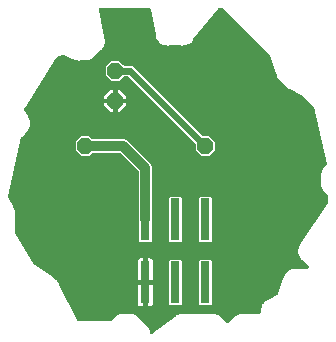
<source format=gbr>
G04 EAGLE Gerber RS-274X export*
G75*
%MOMM*%
%FSLAX34Y34*%
%LPD*%
%INBottom Copper*%
%IPPOS*%
%AMOC8*
5,1,8,0,0,1.08239X$1,22.5*%
G01*
%ADD10P,1.429621X8X292.500000*%
%ADD11P,1.429621X8X22.500000*%
%ADD12R,0.787400X3.556000*%
%ADD13C,0.609600*%
%ADD14C,0.812800*%

G36*
X170481Y37757D02*
X170481Y37757D01*
X170486Y37756D01*
X170653Y37781D01*
X170822Y37806D01*
X170826Y37807D01*
X170831Y37808D01*
X170988Y37871D01*
X171146Y37932D01*
X171151Y37935D01*
X171155Y37937D01*
X171170Y37947D01*
X171353Y38064D01*
X189878Y52068D01*
X189908Y52097D01*
X190037Y52206D01*
X190894Y53064D01*
X191380Y53265D01*
X191443Y53300D01*
X191509Y53326D01*
X191646Y53413D01*
X191685Y53434D01*
X191696Y53445D01*
X191716Y53457D01*
X192135Y53774D01*
X193309Y54080D01*
X193348Y54095D01*
X193508Y54146D01*
X194629Y54611D01*
X195155Y54611D01*
X195226Y54619D01*
X195297Y54617D01*
X195457Y54646D01*
X195501Y54651D01*
X195515Y54656D01*
X195538Y54660D01*
X196047Y54792D01*
X197248Y54625D01*
X197290Y54624D01*
X197458Y54611D01*
X224271Y54611D01*
X228006Y53064D01*
X233873Y47197D01*
X233893Y47180D01*
X233910Y47160D01*
X234030Y47072D01*
X234146Y46980D01*
X234170Y46969D01*
X234191Y46953D01*
X234327Y46894D01*
X234461Y46831D01*
X234487Y46825D01*
X234511Y46815D01*
X234657Y46789D01*
X234802Y46758D01*
X234828Y46758D01*
X234854Y46753D01*
X235002Y46761D01*
X235150Y46764D01*
X235176Y46770D01*
X235202Y46771D01*
X235344Y46812D01*
X235488Y46849D01*
X235511Y46861D01*
X235537Y46868D01*
X235666Y46940D01*
X235798Y47008D01*
X235818Y47025D01*
X235841Y47038D01*
X236027Y47197D01*
X238822Y49991D01*
X241894Y53064D01*
X245629Y54611D01*
X261366Y54611D01*
X261392Y54614D01*
X261418Y54612D01*
X261565Y54634D01*
X261712Y54651D01*
X261737Y54659D01*
X261763Y54663D01*
X261901Y54718D01*
X262040Y54768D01*
X262062Y54782D01*
X262087Y54792D01*
X262208Y54877D01*
X262333Y54957D01*
X262351Y54976D01*
X262373Y54991D01*
X262472Y55101D01*
X262575Y55208D01*
X262589Y55230D01*
X262606Y55250D01*
X262678Y55380D01*
X262754Y55507D01*
X262762Y55532D01*
X262775Y55555D01*
X262815Y55698D01*
X262860Y55839D01*
X262862Y55865D01*
X262870Y55890D01*
X262889Y56134D01*
X262889Y56736D01*
X262885Y56774D01*
X262885Y56843D01*
X262772Y58446D01*
X262811Y58564D01*
X262836Y58684D01*
X262870Y58802D01*
X262875Y58868D01*
X262883Y58905D01*
X262882Y58952D01*
X262889Y59046D01*
X262889Y59171D01*
X263504Y60655D01*
X263515Y60693D01*
X263542Y60757D01*
X264050Y62280D01*
X264132Y62375D01*
X264201Y62476D01*
X264277Y62572D01*
X264307Y62631D01*
X264328Y62663D01*
X264345Y62706D01*
X264388Y62790D01*
X264436Y62906D01*
X265572Y64041D01*
X265596Y64072D01*
X265646Y64121D01*
X266698Y65334D01*
X266810Y65390D01*
X266913Y65457D01*
X267020Y65517D01*
X267070Y65560D01*
X267102Y65581D01*
X267134Y65615D01*
X267206Y65675D01*
X267294Y65764D01*
X268779Y66379D01*
X268813Y66398D01*
X268877Y66423D01*
X276877Y70424D01*
X276983Y70493D01*
X277093Y70555D01*
X277129Y70588D01*
X277169Y70614D01*
X277256Y70705D01*
X277349Y70791D01*
X277377Y70831D01*
X277410Y70866D01*
X277474Y70975D01*
X277545Y71079D01*
X277569Y71135D01*
X277587Y71166D01*
X277602Y71212D01*
X277641Y71304D01*
X281861Y83964D01*
X281886Y84084D01*
X281920Y84202D01*
X281925Y84268D01*
X281933Y84305D01*
X281932Y84352D01*
X281939Y84446D01*
X281939Y84571D01*
X282554Y86055D01*
X282565Y86093D01*
X282592Y86157D01*
X283100Y87680D01*
X283182Y87775D01*
X283251Y87876D01*
X283327Y87972D01*
X283357Y88031D01*
X283378Y88063D01*
X283395Y88106D01*
X283438Y88190D01*
X283486Y88306D01*
X284622Y89441D01*
X284646Y89472D01*
X284696Y89521D01*
X285748Y90734D01*
X285860Y90790D01*
X285962Y90857D01*
X286070Y90917D01*
X286120Y90960D01*
X286152Y90981D01*
X286184Y91014D01*
X286256Y91075D01*
X286344Y91164D01*
X287829Y91779D01*
X287863Y91798D01*
X287927Y91823D01*
X289364Y92542D01*
X289488Y92551D01*
X289609Y92573D01*
X289731Y92588D01*
X289794Y92608D01*
X289831Y92615D01*
X289874Y92634D01*
X289963Y92663D01*
X290079Y92711D01*
X291686Y92711D01*
X291724Y92715D01*
X291793Y92715D01*
X293396Y92828D01*
X293514Y92789D01*
X293634Y92764D01*
X293752Y92730D01*
X293818Y92725D01*
X293855Y92717D01*
X293902Y92718D01*
X293996Y92711D01*
X301992Y92711D01*
X302092Y92722D01*
X302193Y92724D01*
X302265Y92742D01*
X302339Y92751D01*
X302433Y92784D01*
X302531Y92809D01*
X302597Y92843D01*
X302667Y92868D01*
X302751Y92923D01*
X302840Y92969D01*
X302897Y93017D01*
X302960Y93057D01*
X303029Y93129D01*
X303106Y93194D01*
X303150Y93254D01*
X303202Y93308D01*
X303253Y93394D01*
X303313Y93475D01*
X303342Y93543D01*
X303381Y93607D01*
X303411Y93703D01*
X303451Y93795D01*
X303464Y93868D01*
X303487Y93939D01*
X303495Y94039D01*
X303513Y94138D01*
X303509Y94212D01*
X303515Y94286D01*
X303500Y94386D01*
X303495Y94486D01*
X303474Y94557D01*
X303463Y94631D01*
X303426Y94724D01*
X303398Y94821D01*
X303362Y94886D01*
X303334Y94955D01*
X303277Y95037D01*
X303228Y95125D01*
X303163Y95201D01*
X303135Y95241D01*
X303109Y95265D01*
X303069Y95311D01*
X298433Y99947D01*
X298411Y99965D01*
X298393Y99986D01*
X298201Y100138D01*
X297482Y100617D01*
X296995Y101345D01*
X296977Y101365D01*
X296964Y101388D01*
X296806Y101575D01*
X296186Y102194D01*
X295855Y102993D01*
X295842Y103017D01*
X295833Y103044D01*
X295714Y103257D01*
X295233Y103975D01*
X295061Y104835D01*
X295053Y104860D01*
X295050Y104886D01*
X294975Y105119D01*
X294639Y105929D01*
X294639Y106793D01*
X294636Y106821D01*
X294638Y106849D01*
X294610Y107092D01*
X294440Y107939D01*
X294610Y108799D01*
X294612Y108825D01*
X294620Y108851D01*
X294639Y109095D01*
X294639Y109971D01*
X294970Y110769D01*
X294978Y110797D01*
X294990Y110821D01*
X295057Y111057D01*
X295225Y111904D01*
X295711Y112634D01*
X295723Y112657D01*
X295739Y112678D01*
X295851Y112896D01*
X296186Y113706D01*
X296797Y114317D01*
X296815Y114339D01*
X296836Y114357D01*
X296960Y114513D01*
X296961Y114515D01*
X296962Y114516D01*
X296988Y114549D01*
X319783Y148743D01*
X319852Y148876D01*
X319925Y149008D01*
X319931Y149031D01*
X319942Y149053D01*
X319979Y149199D01*
X320020Y149344D01*
X320022Y149373D01*
X320027Y149391D01*
X320027Y149438D01*
X320039Y149588D01*
X320039Y153910D01*
X320025Y154036D01*
X320018Y154162D01*
X320005Y154209D01*
X319999Y154257D01*
X319957Y154376D01*
X319922Y154497D01*
X319898Y154539D01*
X319882Y154585D01*
X319813Y154691D01*
X319752Y154801D01*
X319712Y154847D01*
X319693Y154877D01*
X319658Y154911D01*
X319593Y154987D01*
X315236Y159344D01*
X313689Y163079D01*
X313689Y173471D01*
X315236Y177206D01*
X318480Y180449D01*
X318553Y180542D01*
X318634Y180629D01*
X318662Y180678D01*
X318697Y180722D01*
X318747Y180829D01*
X318806Y180932D01*
X318821Y180987D01*
X318846Y181038D01*
X318870Y181153D01*
X318904Y181267D01*
X318907Y181323D01*
X318919Y181378D01*
X318917Y181496D01*
X318924Y181615D01*
X318914Y181686D01*
X318913Y181727D01*
X318902Y181771D01*
X318890Y181857D01*
X308319Y229424D01*
X308275Y229551D01*
X308238Y229681D01*
X308218Y229716D01*
X308205Y229754D01*
X308134Y229868D01*
X308068Y229985D01*
X308036Y230023D01*
X308019Y230049D01*
X307984Y230084D01*
X307909Y230171D01*
X298956Y239125D01*
X298860Y239201D01*
X298769Y239283D01*
X298713Y239318D01*
X298683Y239341D01*
X298641Y239361D01*
X298560Y239410D01*
X287927Y244727D01*
X287890Y244740D01*
X287829Y244771D01*
X286344Y245386D01*
X286256Y245475D01*
X286160Y245551D01*
X286069Y245633D01*
X286013Y245668D01*
X285983Y245691D01*
X285941Y245711D01*
X285860Y245760D01*
X285748Y245816D01*
X284696Y247029D01*
X284667Y247056D01*
X284622Y247109D01*
X279906Y251825D01*
X279810Y251901D01*
X279719Y251983D01*
X279663Y252018D01*
X279633Y252041D01*
X279591Y252061D01*
X279510Y252110D01*
X279398Y252166D01*
X278346Y253379D01*
X278317Y253406D01*
X278272Y253459D01*
X277136Y254594D01*
X277088Y254710D01*
X277055Y254769D01*
X277052Y254778D01*
X277045Y254787D01*
X277029Y254817D01*
X276977Y254928D01*
X276938Y254981D01*
X276919Y255014D01*
X276887Y255049D01*
X276832Y255125D01*
X276750Y255220D01*
X276242Y256743D01*
X276225Y256779D01*
X276204Y256845D01*
X275589Y258329D01*
X275589Y258454D01*
X275575Y258576D01*
X275570Y258698D01*
X275554Y258763D01*
X275549Y258800D01*
X275534Y258844D01*
X275511Y258936D01*
X270633Y273570D01*
X270609Y273621D01*
X270594Y273675D01*
X270536Y273779D01*
X270486Y273886D01*
X270451Y273930D01*
X270423Y273979D01*
X270280Y274148D01*
X270270Y274160D01*
X270268Y274162D01*
X270265Y274166D01*
X231187Y313243D01*
X231088Y313322D01*
X230995Y313406D01*
X230952Y313430D01*
X230914Y313460D01*
X230800Y313514D01*
X230690Y313575D01*
X230643Y313588D01*
X230599Y313609D01*
X230476Y313635D01*
X230354Y313670D01*
X230293Y313675D01*
X230259Y313682D01*
X230211Y313681D01*
X230110Y313689D01*
X227866Y313689D01*
X227830Y313685D01*
X227793Y313688D01*
X227657Y313665D01*
X227519Y313649D01*
X227485Y313637D01*
X227449Y313631D01*
X227322Y313579D01*
X227191Y313532D01*
X227161Y313512D01*
X227127Y313498D01*
X227015Y313418D01*
X226899Y313343D01*
X226873Y313317D01*
X226844Y313296D01*
X226676Y313118D01*
X205820Y287048D01*
X205771Y286970D01*
X205714Y286897D01*
X205662Y286795D01*
X205635Y286753D01*
X205625Y286724D01*
X205603Y286679D01*
X205464Y286344D01*
X204492Y285373D01*
X204461Y285334D01*
X204380Y285247D01*
X203522Y284174D01*
X203204Y284000D01*
X203129Y283946D01*
X203048Y283901D01*
X202961Y283827D01*
X202920Y283798D01*
X202900Y283775D01*
X202862Y283742D01*
X202606Y283486D01*
X201336Y282960D01*
X201292Y282936D01*
X201184Y282887D01*
X199981Y282225D01*
X199621Y282185D01*
X199530Y282164D01*
X199439Y282153D01*
X199330Y282118D01*
X199281Y282107D01*
X199253Y282093D01*
X199206Y282078D01*
X198871Y281939D01*
X197497Y281939D01*
X197447Y281934D01*
X197329Y281930D01*
X195963Y281778D01*
X195615Y281879D01*
X195524Y281894D01*
X195435Y281920D01*
X195321Y281929D01*
X195272Y281937D01*
X195241Y281935D01*
X195191Y281939D01*
X185307Y281939D01*
X185279Y281936D01*
X185251Y281938D01*
X185008Y281910D01*
X184161Y281740D01*
X183301Y281910D01*
X183275Y281912D01*
X183249Y281920D01*
X183005Y281939D01*
X182129Y281939D01*
X181331Y282270D01*
X181303Y282278D01*
X181279Y282290D01*
X181043Y282357D01*
X180196Y282525D01*
X179466Y283011D01*
X179443Y283023D01*
X179422Y283039D01*
X179204Y283151D01*
X178394Y283486D01*
X177783Y284097D01*
X177761Y284115D01*
X177743Y284136D01*
X177551Y284288D01*
X176832Y284767D01*
X176345Y285495D01*
X176327Y285515D01*
X176314Y285538D01*
X176156Y285725D01*
X175536Y286344D01*
X175205Y287143D01*
X175192Y287167D01*
X175183Y287194D01*
X175064Y287407D01*
X174583Y288125D01*
X174411Y288985D01*
X174403Y289010D01*
X174400Y289036D01*
X174325Y289269D01*
X173989Y290079D01*
X173989Y290943D01*
X173986Y290971D01*
X173988Y290999D01*
X173960Y291242D01*
X169715Y312465D01*
X169700Y312513D01*
X169692Y312563D01*
X169646Y312678D01*
X169608Y312796D01*
X169582Y312840D01*
X169563Y312887D01*
X169493Y312989D01*
X169429Y313095D01*
X169393Y313131D01*
X169364Y313173D01*
X169272Y313256D01*
X169186Y313345D01*
X169143Y313373D01*
X169106Y313406D01*
X168997Y313466D01*
X168892Y313533D01*
X168845Y313550D01*
X168801Y313575D01*
X168681Y313609D01*
X168564Y313650D01*
X168514Y313656D01*
X168465Y313670D01*
X168221Y313689D01*
X127282Y313689D01*
X127280Y313689D01*
X127279Y313689D01*
X127103Y313669D01*
X126936Y313649D01*
X126934Y313649D01*
X126932Y313649D01*
X126770Y313590D01*
X126608Y313532D01*
X126606Y313531D01*
X126605Y313530D01*
X126465Y313440D01*
X126315Y313343D01*
X126314Y313341D01*
X126312Y313341D01*
X126196Y313220D01*
X126073Y313092D01*
X126072Y313091D01*
X126071Y313089D01*
X125983Y312942D01*
X125894Y312793D01*
X125893Y312791D01*
X125893Y312790D01*
X125841Y312626D01*
X125788Y312461D01*
X125788Y312459D01*
X125787Y312458D01*
X125774Y312287D01*
X125760Y312114D01*
X125760Y312112D01*
X125760Y312110D01*
X125789Y311867D01*
X130389Y288865D01*
X130397Y288840D01*
X130400Y288814D01*
X130475Y288581D01*
X130811Y287771D01*
X130811Y286907D01*
X130814Y286879D01*
X130812Y286851D01*
X130840Y286608D01*
X131010Y285761D01*
X130840Y284901D01*
X130838Y284875D01*
X130830Y284849D01*
X130811Y284605D01*
X130811Y283729D01*
X130480Y282931D01*
X130472Y282903D01*
X130460Y282879D01*
X130393Y282643D01*
X130225Y281796D01*
X129739Y281066D01*
X129727Y281043D01*
X129711Y281022D01*
X129599Y280804D01*
X129264Y279994D01*
X128653Y279383D01*
X128635Y279361D01*
X128614Y279343D01*
X128462Y279151D01*
X127983Y278432D01*
X127255Y277945D01*
X127235Y277927D01*
X127212Y277914D01*
X127025Y277756D01*
X120056Y270786D01*
X116321Y269239D01*
X109846Y269239D01*
X109724Y269225D01*
X109602Y269220D01*
X109537Y269204D01*
X109500Y269199D01*
X109456Y269184D01*
X109364Y269161D01*
X109246Y269122D01*
X107643Y269235D01*
X107604Y269234D01*
X107536Y269239D01*
X105929Y269239D01*
X105813Y269287D01*
X105696Y269321D01*
X105580Y269362D01*
X105515Y269372D01*
X105478Y269383D01*
X105431Y269385D01*
X105338Y269399D01*
X105214Y269408D01*
X103777Y270126D01*
X103740Y270140D01*
X103679Y270171D01*
X102194Y270786D01*
X102106Y270875D01*
X102010Y270951D01*
X101919Y271033D01*
X101863Y271068D01*
X101833Y271091D01*
X101791Y271111D01*
X101710Y271160D01*
X95931Y274049D01*
X95875Y274070D01*
X95822Y274099D01*
X95712Y274129D01*
X95604Y274169D01*
X95544Y274176D01*
X95486Y274192D01*
X95372Y274196D01*
X95258Y274210D01*
X95198Y274204D01*
X95138Y274206D01*
X95025Y274185D01*
X94911Y274172D01*
X94855Y274152D01*
X94796Y274141D01*
X94607Y274065D01*
X94583Y274056D01*
X94577Y274053D01*
X94569Y274049D01*
X90034Y271782D01*
X89933Y271716D01*
X89828Y271658D01*
X89788Y271621D01*
X89743Y271592D01*
X89659Y271504D01*
X89570Y271423D01*
X89529Y271368D01*
X89502Y271340D01*
X89478Y271300D01*
X89424Y271227D01*
X62889Y228772D01*
X62832Y228652D01*
X62769Y228536D01*
X62758Y228495D01*
X62740Y228457D01*
X62711Y228328D01*
X62676Y228200D01*
X62674Y228158D01*
X62665Y228116D01*
X62667Y227984D01*
X62662Y227852D01*
X62670Y227810D01*
X62670Y227768D01*
X62702Y227640D01*
X62727Y227510D01*
X62747Y227461D01*
X62755Y227430D01*
X62777Y227385D01*
X62819Y227283D01*
X65390Y222140D01*
X65457Y222037D01*
X65517Y221930D01*
X65560Y221880D01*
X65581Y221848D01*
X65615Y221816D01*
X65676Y221744D01*
X65764Y221656D01*
X66379Y220171D01*
X66398Y220137D01*
X66423Y220073D01*
X67142Y218636D01*
X67151Y218512D01*
X67173Y218391D01*
X67188Y218269D01*
X67208Y218206D01*
X67215Y218169D01*
X67234Y218126D01*
X67263Y218037D01*
X67311Y217921D01*
X67311Y216315D01*
X67315Y216276D01*
X67315Y216207D01*
X67428Y214604D01*
X67389Y214486D01*
X67364Y214366D01*
X67330Y214248D01*
X67325Y214182D01*
X67317Y214145D01*
X67318Y214098D01*
X67311Y214004D01*
X67311Y213879D01*
X66696Y212395D01*
X66685Y212357D01*
X66658Y212294D01*
X66150Y210769D01*
X66068Y210675D01*
X65999Y210574D01*
X65923Y210478D01*
X65893Y210419D01*
X65872Y210387D01*
X65854Y210343D01*
X65812Y210260D01*
X65764Y210144D01*
X64628Y209009D01*
X64604Y208978D01*
X64554Y208930D01*
X63502Y207716D01*
X63390Y207660D01*
X63287Y207593D01*
X63180Y207533D01*
X63130Y207490D01*
X63098Y207469D01*
X63066Y207435D01*
X62994Y207375D01*
X60391Y204771D01*
X60307Y204666D01*
X60218Y204565D01*
X60199Y204530D01*
X60174Y204498D01*
X60117Y204377D01*
X60053Y204258D01*
X60038Y204211D01*
X60025Y204183D01*
X60015Y204134D01*
X59981Y204024D01*
X48919Y154245D01*
X48914Y154197D01*
X48901Y154151D01*
X48896Y154025D01*
X48882Y153899D01*
X48888Y153851D01*
X48886Y153803D01*
X48910Y153679D01*
X48926Y153553D01*
X48943Y153508D01*
X48952Y153461D01*
X49043Y153234D01*
X52690Y145940D01*
X52757Y145837D01*
X52817Y145730D01*
X52860Y145680D01*
X52881Y145648D01*
X52915Y145616D01*
X52975Y145544D01*
X53064Y145456D01*
X53679Y143971D01*
X53698Y143937D01*
X53724Y143873D01*
X54442Y142436D01*
X54451Y142312D01*
X54473Y142191D01*
X54488Y142069D01*
X54508Y142006D01*
X54515Y141969D01*
X54534Y141926D01*
X54563Y141837D01*
X54611Y141721D01*
X54611Y140114D01*
X54615Y140076D01*
X54615Y140007D01*
X54728Y138404D01*
X54689Y138286D01*
X54664Y138166D01*
X54630Y138048D01*
X54625Y137982D01*
X54617Y137945D01*
X54618Y137898D01*
X54611Y137804D01*
X54611Y123886D01*
X54624Y123773D01*
X54628Y123658D01*
X54644Y123600D01*
X54651Y123540D01*
X54689Y123432D01*
X54719Y123322D01*
X54754Y123252D01*
X54768Y123212D01*
X54792Y123175D01*
X54828Y123103D01*
X70861Y96381D01*
X70885Y96349D01*
X70904Y96313D01*
X70977Y96228D01*
X71027Y96155D01*
X71049Y96135D01*
X71073Y96104D01*
X71104Y96079D01*
X71130Y96048D01*
X71254Y95950D01*
X71286Y95922D01*
X71301Y95914D01*
X71322Y95897D01*
X86884Y85522D01*
X86956Y85485D01*
X87022Y85440D01*
X87151Y85386D01*
X87194Y85363D01*
X87216Y85358D01*
X87248Y85344D01*
X87681Y85200D01*
X88649Y84361D01*
X88688Y84333D01*
X88802Y84244D01*
X89868Y83533D01*
X90122Y83154D01*
X90174Y83093D01*
X90218Y83025D01*
X90316Y82926D01*
X90347Y82889D01*
X90365Y82875D01*
X90389Y82851D01*
X90734Y82552D01*
X91307Y81406D01*
X91334Y81365D01*
X91404Y81239D01*
X92117Y80175D01*
X92207Y79727D01*
X92231Y79650D01*
X92246Y79571D01*
X92299Y79442D01*
X92314Y79395D01*
X92325Y79376D01*
X92338Y79345D01*
X107459Y49103D01*
X107471Y49084D01*
X107479Y49063D01*
X107566Y48939D01*
X107649Y48811D01*
X107665Y48795D01*
X107678Y48777D01*
X107791Y48675D01*
X107901Y48570D01*
X107920Y48559D01*
X107937Y48544D01*
X108070Y48470D01*
X108201Y48393D01*
X108222Y48386D01*
X108242Y48375D01*
X108389Y48334D01*
X108533Y48288D01*
X108556Y48286D01*
X108577Y48280D01*
X108821Y48261D01*
X134860Y48261D01*
X134986Y48275D01*
X135112Y48282D01*
X135159Y48295D01*
X135207Y48301D01*
X135326Y48343D01*
X135447Y48378D01*
X135489Y48402D01*
X135535Y48418D01*
X135641Y48487D01*
X135751Y48548D01*
X135797Y48588D01*
X135827Y48607D01*
X135861Y48642D01*
X135937Y48707D01*
X140294Y53064D01*
X144029Y54611D01*
X154421Y54611D01*
X158156Y53064D01*
X167364Y43856D01*
X168911Y40121D01*
X168911Y39279D01*
X168930Y39110D01*
X168948Y38942D01*
X168950Y38937D01*
X168951Y38932D01*
X169008Y38772D01*
X169064Y38613D01*
X169066Y38609D01*
X169068Y38604D01*
X169159Y38463D01*
X169251Y38319D01*
X169255Y38316D01*
X169257Y38312D01*
X169378Y38195D01*
X169500Y38075D01*
X169504Y38073D01*
X169508Y38069D01*
X169652Y37983D01*
X169798Y37895D01*
X169803Y37893D01*
X169807Y37891D01*
X169968Y37839D01*
X170129Y37786D01*
X170134Y37786D01*
X170139Y37784D01*
X170308Y37771D01*
X170477Y37756D01*
X170481Y37757D01*
G37*
%LPC*%
G36*
X160531Y115315D02*
X160531Y115315D01*
X159638Y116208D01*
X159638Y132899D01*
X159638Y132901D01*
X159638Y132903D01*
X159618Y133074D01*
X159598Y133245D01*
X159598Y133247D01*
X159597Y133249D01*
X159522Y133482D01*
X159511Y133508D01*
X159511Y174854D01*
X159509Y174878D01*
X159510Y174900D01*
X159496Y174996D01*
X159490Y175106D01*
X159477Y175152D01*
X159471Y175200D01*
X159461Y175229D01*
X159459Y175245D01*
X159428Y175322D01*
X159394Y175441D01*
X159370Y175483D01*
X159354Y175528D01*
X159333Y175560D01*
X159330Y175569D01*
X159301Y175610D01*
X159285Y175635D01*
X159224Y175745D01*
X159184Y175791D01*
X159165Y175821D01*
X159133Y175852D01*
X159131Y175855D01*
X159127Y175858D01*
X159065Y175931D01*
X144181Y190815D01*
X144082Y190894D01*
X143988Y190978D01*
X143946Y191002D01*
X143908Y191032D01*
X143794Y191086D01*
X143683Y191147D01*
X143637Y191160D01*
X143593Y191181D01*
X143470Y191207D01*
X143348Y191242D01*
X143287Y191247D01*
X143252Y191254D01*
X143204Y191253D01*
X143104Y191261D01*
X120838Y191261D01*
X120712Y191247D01*
X120586Y191240D01*
X120540Y191227D01*
X120492Y191221D01*
X120373Y191179D01*
X120251Y191144D01*
X120209Y191120D01*
X120164Y191104D01*
X120057Y191035D01*
X119947Y190974D01*
X119901Y190934D01*
X119871Y190915D01*
X119837Y190880D01*
X119761Y190815D01*
X117667Y188721D01*
X110933Y188721D01*
X106171Y193483D01*
X106171Y200217D01*
X110933Y204979D01*
X117667Y204979D01*
X119761Y202885D01*
X119860Y202806D01*
X119954Y202722D01*
X119996Y202698D01*
X120034Y202668D01*
X120148Y202614D01*
X120259Y202553D01*
X120305Y202540D01*
X120349Y202519D01*
X120472Y202493D01*
X120594Y202458D01*
X120655Y202453D01*
X120690Y202446D01*
X120738Y202447D01*
X120838Y202439D01*
X147162Y202439D01*
X149216Y201588D01*
X169838Y180966D01*
X170689Y178912D01*
X170689Y133508D01*
X170678Y133482D01*
X170677Y133480D01*
X170676Y133478D01*
X170629Y133311D01*
X170582Y133147D01*
X170582Y133144D01*
X170581Y133143D01*
X170562Y132899D01*
X170562Y116208D01*
X169669Y115315D01*
X160531Y115315D01*
G37*
%LPD*%
%LPC*%
G36*
X212533Y188721D02*
X212533Y188721D01*
X207771Y193483D01*
X207771Y197881D01*
X207757Y198007D01*
X207750Y198133D01*
X207737Y198179D01*
X207731Y198227D01*
X207689Y198346D01*
X207654Y198468D01*
X207630Y198510D01*
X207614Y198555D01*
X207545Y198662D01*
X207484Y198772D01*
X207444Y198818D01*
X207425Y198848D01*
X207390Y198882D01*
X207325Y198958D01*
X150952Y255331D01*
X150853Y255410D01*
X150759Y255494D01*
X150717Y255518D01*
X150679Y255548D01*
X150565Y255602D01*
X150454Y255663D01*
X150408Y255676D01*
X150364Y255697D01*
X150241Y255723D01*
X150119Y255758D01*
X150058Y255763D01*
X150023Y255770D01*
X149975Y255769D01*
X149875Y255777D01*
X147254Y255777D01*
X147128Y255763D01*
X147002Y255756D01*
X146956Y255743D01*
X146908Y255737D01*
X146789Y255695D01*
X146667Y255660D01*
X146625Y255636D01*
X146580Y255620D01*
X146473Y255551D01*
X146363Y255490D01*
X146317Y255450D01*
X146287Y255431D01*
X146253Y255396D01*
X146177Y255331D01*
X143067Y252221D01*
X136333Y252221D01*
X131571Y256983D01*
X131571Y263717D01*
X136333Y268479D01*
X143067Y268479D01*
X146177Y265369D01*
X146276Y265290D01*
X146370Y265206D01*
X146412Y265182D01*
X146450Y265152D01*
X146564Y265098D01*
X146675Y265037D01*
X146721Y265024D01*
X146765Y265003D01*
X146888Y264977D01*
X147010Y264942D01*
X147071Y264937D01*
X147106Y264930D01*
X147154Y264931D01*
X147254Y264923D01*
X153310Y264923D01*
X154990Y264227D01*
X213792Y205425D01*
X213891Y205346D01*
X213985Y205262D01*
X214027Y205238D01*
X214065Y205208D01*
X214179Y205154D01*
X214290Y205093D01*
X214336Y205080D01*
X214380Y205059D01*
X214503Y205033D01*
X214625Y204998D01*
X214686Y204993D01*
X214721Y204986D01*
X214769Y204987D01*
X214869Y204979D01*
X219267Y204979D01*
X224029Y200217D01*
X224029Y193483D01*
X219267Y188721D01*
X212533Y188721D01*
G37*
%LPD*%
%LPC*%
G36*
X211331Y115315D02*
X211331Y115315D01*
X210438Y116208D01*
X210438Y153032D01*
X211331Y153925D01*
X220469Y153925D01*
X221362Y153032D01*
X221362Y116208D01*
X220469Y115315D01*
X211331Y115315D01*
G37*
%LPD*%
%LPC*%
G36*
X185931Y115315D02*
X185931Y115315D01*
X185038Y116208D01*
X185038Y153032D01*
X185931Y153925D01*
X195069Y153925D01*
X195962Y153032D01*
X195962Y116208D01*
X195069Y115315D01*
X185931Y115315D01*
G37*
%LPD*%
%LPC*%
G36*
X211331Y61975D02*
X211331Y61975D01*
X210438Y62868D01*
X210438Y99692D01*
X211331Y100585D01*
X220469Y100585D01*
X221362Y99692D01*
X221362Y62868D01*
X220469Y61975D01*
X211331Y61975D01*
G37*
%LPD*%
%LPC*%
G36*
X185931Y61975D02*
X185931Y61975D01*
X185038Y62868D01*
X185038Y99692D01*
X185931Y100585D01*
X195069Y100585D01*
X195962Y99692D01*
X195962Y62868D01*
X195069Y61975D01*
X185931Y61975D01*
G37*
%LPD*%
%LPC*%
G36*
X167068Y83248D02*
X167068Y83248D01*
X167068Y101601D01*
X169372Y101601D01*
X170018Y101428D01*
X170597Y101093D01*
X171070Y100620D01*
X171405Y100041D01*
X171578Y99395D01*
X171578Y83248D01*
X167068Y83248D01*
G37*
%LPD*%
%LPC*%
G36*
X167068Y60959D02*
X167068Y60959D01*
X167068Y79312D01*
X171578Y79312D01*
X171578Y63165D01*
X171405Y62519D01*
X171070Y61940D01*
X170597Y61467D01*
X170018Y61132D01*
X169372Y60959D01*
X167068Y60959D01*
G37*
%LPD*%
%LPC*%
G36*
X158622Y83248D02*
X158622Y83248D01*
X158622Y99395D01*
X158795Y100041D01*
X159130Y100620D01*
X159603Y101093D01*
X160182Y101428D01*
X160828Y101601D01*
X163132Y101601D01*
X163132Y83248D01*
X158622Y83248D01*
G37*
%LPD*%
%LPC*%
G36*
X160828Y60959D02*
X160828Y60959D01*
X160182Y61132D01*
X159603Y61467D01*
X159130Y61940D01*
X158795Y62519D01*
X158622Y63165D01*
X158622Y79312D01*
X163132Y79312D01*
X163132Y60959D01*
X160828Y60959D01*
G37*
%LPD*%
%LPC*%
G36*
X141731Y236981D02*
X141731Y236981D01*
X141731Y244095D01*
X143488Y244095D01*
X148845Y238738D01*
X148845Y236981D01*
X141731Y236981D01*
G37*
%LPD*%
%LPC*%
G36*
X141731Y232919D02*
X141731Y232919D01*
X148845Y232919D01*
X148845Y231162D01*
X143488Y225805D01*
X141731Y225805D01*
X141731Y232919D01*
G37*
%LPD*%
%LPC*%
G36*
X130555Y236981D02*
X130555Y236981D01*
X130555Y238738D01*
X135912Y244095D01*
X137669Y244095D01*
X137669Y236981D01*
X130555Y236981D01*
G37*
%LPD*%
%LPC*%
G36*
X135912Y225805D02*
X135912Y225805D01*
X130555Y231162D01*
X130555Y232919D01*
X137669Y232919D01*
X137669Y225805D01*
X135912Y225805D01*
G37*
%LPD*%
D10*
X139700Y260350D03*
X139700Y234950D03*
D11*
X114300Y196850D03*
X215900Y196850D03*
D12*
X215900Y134620D03*
X215900Y81280D03*
X190500Y134620D03*
X190500Y81280D03*
X165100Y134620D03*
X165100Y81280D03*
D13*
X152400Y260350D02*
X139700Y260350D01*
X152400Y260350D02*
X215900Y196850D01*
D14*
X146050Y196850D02*
X114300Y196850D01*
X165100Y177800D02*
X165100Y134620D01*
X165100Y177800D02*
X146050Y196850D01*
M02*

</source>
